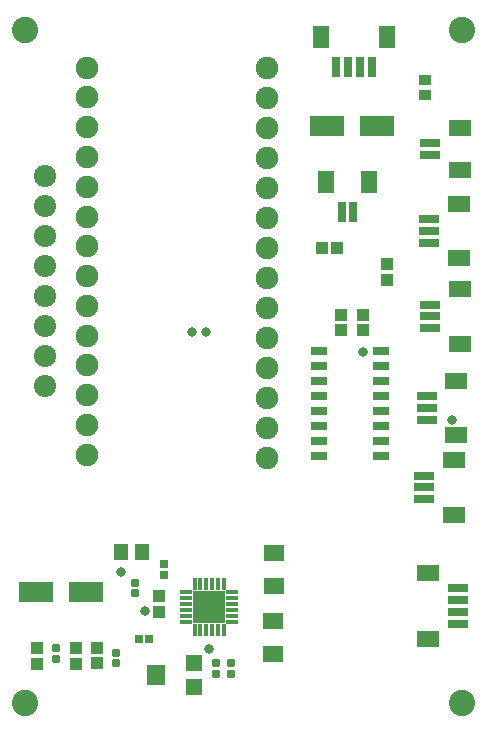
<source format=gts>
G04*
G04 #@! TF.GenerationSoftware,Altium Limited,Altium Designer,20.2.5 (213)*
G04*
G04 Layer_Color=8388736*
%FSLAX43Y43*%
%MOMM*%
G71*
G04*
G04 #@! TF.SameCoordinates,5171A944-556C-47A8-97AE-1EF1437A18D6*
G04*
G04*
G04 #@! TF.FilePolarity,Negative*
G04*
G01*
G75*
%ADD35R,2.927X1.727*%
%ADD36R,0.677X0.677*%
G04:AMPARAMS|DCode=37|XSize=0.677mm|YSize=0.627mm|CornerRadius=0.126mm|HoleSize=0mm|Usage=FLASHONLY|Rotation=0.000|XOffset=0mm|YOffset=0mm|HoleType=Round|Shape=RoundedRectangle|*
%AMROUNDEDRECTD37*
21,1,0.677,0.375,0,0,0.0*
21,1,0.425,0.627,0,0,0.0*
1,1,0.252,0.213,-0.188*
1,1,0.252,-0.213,-0.188*
1,1,0.252,-0.213,0.188*
1,1,0.252,0.213,0.188*
%
%ADD37ROUNDEDRECTD37*%
%ADD38R,1.777X1.327*%
%ADD39R,1.277X1.477*%
%ADD40R,0.977X0.877*%
%ADD41R,1.077X0.977*%
%ADD42R,2.677X2.677*%
%ADD43R,0.427X0.977*%
%ADD44R,0.977X0.427*%
%ADD45R,1.677X0.727*%
%ADD46R,1.927X1.327*%
%ADD47R,0.727X1.677*%
%ADD48R,1.327X1.927*%
%ADD49R,1.384X0.635*%
%ADD50R,1.127X1.027*%
%ADD51R,0.727X0.767*%
%ADD52R,1.327X1.327*%
%ADD53R,1.627X1.727*%
%ADD54R,0.977X1.077*%
%ADD55C,1.877*%
%ADD56C,1.905*%
%ADD57C,2.227*%
%ADD58C,0.827*%
D35*
X27060Y50394D02*
D03*
X31360D02*
D03*
X6725Y10950D02*
D03*
X2425D02*
D03*
D36*
X13250Y12375D02*
D03*
Y13275D02*
D03*
D37*
X17725Y3975D02*
D03*
Y4875D02*
D03*
X9200Y5775D02*
D03*
Y4875D02*
D03*
X4175Y5275D02*
D03*
Y6175D02*
D03*
X10850Y10825D02*
D03*
Y11725D02*
D03*
X18925Y3975D02*
D03*
Y4875D02*
D03*
D38*
X22479Y5658D02*
D03*
Y8458D02*
D03*
X22625Y14250D02*
D03*
Y11450D02*
D03*
D39*
X9650Y14350D02*
D03*
X11400D02*
D03*
D40*
X35357Y54245D02*
D03*
Y53045D02*
D03*
D41*
X32156Y38674D02*
D03*
Y37374D02*
D03*
X30124Y33081D02*
D03*
Y34381D02*
D03*
X28296Y33081D02*
D03*
Y34381D02*
D03*
X7650Y4875D02*
D03*
Y6175D02*
D03*
D42*
X17125Y9675D02*
D03*
D43*
X18375Y7725D02*
D03*
X17875D02*
D03*
X17375D02*
D03*
X16875D02*
D03*
X16375D02*
D03*
X15875D02*
D03*
Y11625D02*
D03*
X16375D02*
D03*
X16875D02*
D03*
X17375D02*
D03*
X17875D02*
D03*
X18375D02*
D03*
D44*
X15175Y8425D02*
D03*
Y8925D02*
D03*
Y9425D02*
D03*
Y9925D02*
D03*
Y10425D02*
D03*
Y10925D02*
D03*
X19075D02*
D03*
Y10425D02*
D03*
Y9925D02*
D03*
Y9425D02*
D03*
Y8925D02*
D03*
Y8425D02*
D03*
D45*
X38162Y11225D02*
D03*
Y9225D02*
D03*
Y8225D02*
D03*
Y10225D02*
D03*
X35720Y40504D02*
D03*
Y42504D02*
D03*
Y41504D02*
D03*
X35847Y47938D02*
D03*
Y48938D02*
D03*
X35517Y25492D02*
D03*
Y27492D02*
D03*
Y26492D02*
D03*
X35314Y18787D02*
D03*
Y20787D02*
D03*
Y19787D02*
D03*
X35796Y33265D02*
D03*
Y35265D02*
D03*
Y34265D02*
D03*
D46*
X35638Y6925D02*
D03*
Y12525D02*
D03*
X38245Y39204D02*
D03*
Y43804D02*
D03*
X38372Y50238D02*
D03*
Y46638D02*
D03*
X38042Y24192D02*
D03*
Y28792D02*
D03*
X37838Y17487D02*
D03*
Y22087D02*
D03*
X38321Y31965D02*
D03*
Y36565D02*
D03*
D47*
X29888Y55377D02*
D03*
X27888D02*
D03*
X28888D02*
D03*
X30888D02*
D03*
X28325Y43088D02*
D03*
X29325D02*
D03*
D48*
X32188Y57902D02*
D03*
X26588D02*
D03*
X30625Y45613D02*
D03*
X27025D02*
D03*
D49*
X31649Y31309D02*
D03*
Y30039D02*
D03*
Y28769D02*
D03*
Y27499D02*
D03*
Y26229D02*
D03*
Y24959D02*
D03*
Y23689D02*
D03*
Y22419D02*
D03*
X26404D02*
D03*
Y23689D02*
D03*
Y24959D02*
D03*
Y26229D02*
D03*
Y27499D02*
D03*
Y28769D02*
D03*
Y30039D02*
D03*
Y31309D02*
D03*
D50*
X5828Y4837D02*
D03*
Y6187D02*
D03*
X12825Y10550D02*
D03*
Y9200D02*
D03*
X2526Y6187D02*
D03*
Y4837D02*
D03*
D51*
X12040Y6925D02*
D03*
X11160D02*
D03*
D52*
X15850Y2925D02*
D03*
Y4925D02*
D03*
D53*
X12600Y3925D02*
D03*
D54*
X27930Y40081D02*
D03*
X26630D02*
D03*
D55*
X3175Y35992D02*
D03*
Y38532D02*
D03*
Y41072D02*
D03*
Y43612D02*
D03*
Y46152D02*
D03*
Y33452D02*
D03*
Y30912D02*
D03*
Y28372D02*
D03*
D56*
X22022Y47701D02*
D03*
Y55321D02*
D03*
Y52781D02*
D03*
Y50241D02*
D03*
Y45161D02*
D03*
Y42621D02*
D03*
Y40081D02*
D03*
Y37541D02*
D03*
Y35001D02*
D03*
Y32461D02*
D03*
Y29921D02*
D03*
Y27381D02*
D03*
Y24841D02*
D03*
Y22301D02*
D03*
X6782Y55321D02*
D03*
Y52801D02*
D03*
Y50280D02*
D03*
Y47760D02*
D03*
Y45239D02*
D03*
Y42719D02*
D03*
Y40199D02*
D03*
Y37678D02*
D03*
Y35158D02*
D03*
Y32637D02*
D03*
Y30117D02*
D03*
Y27596D02*
D03*
Y25076D02*
D03*
Y22555D02*
D03*
D57*
X38500Y1500D02*
D03*
X1500D02*
D03*
Y58500D02*
D03*
X38500D02*
D03*
D58*
X15621Y32944D02*
D03*
X17094Y6121D02*
D03*
X11709Y9322D02*
D03*
X30099Y31217D02*
D03*
X16866Y32918D02*
D03*
X37652Y25492D02*
D03*
X9652Y12624D02*
D03*
M02*

</source>
